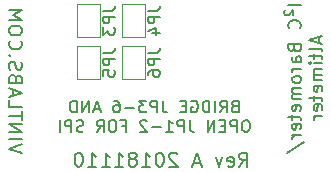
<source format=gbr>
G04 #@! TF.GenerationSoftware,KiCad,Pcbnew,5.0.0*
G04 #@! TF.CreationDate,2018-11-11T14:42:04-05:00*
G04 #@! TF.ProjectId,Barometer-Pi-Module,4261726F6D657465722D50692D4D6F64,rev?*
G04 #@! TF.SameCoordinates,Original*
G04 #@! TF.FileFunction,Legend,Bot*
G04 #@! TF.FilePolarity,Positive*
%FSLAX46Y46*%
G04 Gerber Fmt 4.6, Leading zero omitted, Abs format (unit mm)*
G04 Created by KiCad (PCBNEW 5.0.0) date Sun Nov 11 14:42:04 2018*
%MOMM*%
%LPD*%
G01*
G04 APERTURE LIST*
%ADD10C,0.200000*%
%ADD11C,0.150000*%
%ADD12C,0.120000*%
G04 APERTURE END LIST*
D10*
X199462200Y-93633857D02*
X199862200Y-93062428D01*
X200147914Y-93633857D02*
X200147914Y-92433857D01*
X199690771Y-92433857D01*
X199576485Y-92491000D01*
X199519342Y-92548142D01*
X199462200Y-92662428D01*
X199462200Y-92833857D01*
X199519342Y-92948142D01*
X199576485Y-93005285D01*
X199690771Y-93062428D01*
X200147914Y-93062428D01*
X198490771Y-93576714D02*
X198605057Y-93633857D01*
X198833628Y-93633857D01*
X198947914Y-93576714D01*
X199005057Y-93462428D01*
X199005057Y-93005285D01*
X198947914Y-92891000D01*
X198833628Y-92833857D01*
X198605057Y-92833857D01*
X198490771Y-92891000D01*
X198433628Y-93005285D01*
X198433628Y-93119571D01*
X199005057Y-93233857D01*
X198033628Y-92833857D02*
X197747914Y-93633857D01*
X197462200Y-92833857D01*
X196147914Y-93291000D02*
X195576485Y-93291000D01*
X196262200Y-93633857D02*
X195862200Y-92433857D01*
X195462200Y-93633857D01*
X194205057Y-92548142D02*
X194147914Y-92491000D01*
X194033628Y-92433857D01*
X193747914Y-92433857D01*
X193633628Y-92491000D01*
X193576485Y-92548142D01*
X193519342Y-92662428D01*
X193519342Y-92776714D01*
X193576485Y-92948142D01*
X194262200Y-93633857D01*
X193519342Y-93633857D01*
X192776485Y-92433857D02*
X192662200Y-92433857D01*
X192547914Y-92491000D01*
X192490771Y-92548142D01*
X192433628Y-92662428D01*
X192376485Y-92891000D01*
X192376485Y-93176714D01*
X192433628Y-93405285D01*
X192490771Y-93519571D01*
X192547914Y-93576714D01*
X192662200Y-93633857D01*
X192776485Y-93633857D01*
X192890771Y-93576714D01*
X192947914Y-93519571D01*
X193005057Y-93405285D01*
X193062200Y-93176714D01*
X193062200Y-92891000D01*
X193005057Y-92662428D01*
X192947914Y-92548142D01*
X192890771Y-92491000D01*
X192776485Y-92433857D01*
X191233628Y-93633857D02*
X191919342Y-93633857D01*
X191576485Y-93633857D02*
X191576485Y-92433857D01*
X191690771Y-92605285D01*
X191805057Y-92719571D01*
X191919342Y-92776714D01*
X190547914Y-92948142D02*
X190662200Y-92891000D01*
X190719342Y-92833857D01*
X190776485Y-92719571D01*
X190776485Y-92662428D01*
X190719342Y-92548142D01*
X190662200Y-92491000D01*
X190547914Y-92433857D01*
X190319342Y-92433857D01*
X190205057Y-92491000D01*
X190147914Y-92548142D01*
X190090771Y-92662428D01*
X190090771Y-92719571D01*
X190147914Y-92833857D01*
X190205057Y-92891000D01*
X190319342Y-92948142D01*
X190547914Y-92948142D01*
X190662200Y-93005285D01*
X190719342Y-93062428D01*
X190776485Y-93176714D01*
X190776485Y-93405285D01*
X190719342Y-93519571D01*
X190662200Y-93576714D01*
X190547914Y-93633857D01*
X190319342Y-93633857D01*
X190205057Y-93576714D01*
X190147914Y-93519571D01*
X190090771Y-93405285D01*
X190090771Y-93176714D01*
X190147914Y-93062428D01*
X190205057Y-93005285D01*
X190319342Y-92948142D01*
X188947914Y-93633857D02*
X189633628Y-93633857D01*
X189290771Y-93633857D02*
X189290771Y-92433857D01*
X189405057Y-92605285D01*
X189519342Y-92719571D01*
X189633628Y-92776714D01*
X187805057Y-93633857D02*
X188490771Y-93633857D01*
X188147914Y-93633857D02*
X188147914Y-92433857D01*
X188262200Y-92605285D01*
X188376485Y-92719571D01*
X188490771Y-92776714D01*
X186662200Y-93633857D02*
X187347914Y-93633857D01*
X187005057Y-93633857D02*
X187005057Y-92433857D01*
X187119342Y-92605285D01*
X187233628Y-92719571D01*
X187347914Y-92776714D01*
X185919342Y-92433857D02*
X185805057Y-92433857D01*
X185690771Y-92491000D01*
X185633628Y-92548142D01*
X185576485Y-92662428D01*
X185519342Y-92891000D01*
X185519342Y-93176714D01*
X185576485Y-93405285D01*
X185633628Y-93519571D01*
X185690771Y-93576714D01*
X185805057Y-93633857D01*
X185919342Y-93633857D01*
X186033628Y-93576714D01*
X186090771Y-93519571D01*
X186147914Y-93405285D01*
X186205057Y-93176714D01*
X186205057Y-92891000D01*
X186147914Y-92662428D01*
X186090771Y-92548142D01*
X186033628Y-92491000D01*
X185919342Y-92433857D01*
D11*
X199063714Y-88511571D02*
X198920857Y-88559190D01*
X198873238Y-88606809D01*
X198825619Y-88702047D01*
X198825619Y-88844904D01*
X198873238Y-88940142D01*
X198920857Y-88987761D01*
X199016095Y-89035380D01*
X199397047Y-89035380D01*
X199397047Y-88035380D01*
X199063714Y-88035380D01*
X198968476Y-88083000D01*
X198920857Y-88130619D01*
X198873238Y-88225857D01*
X198873238Y-88321095D01*
X198920857Y-88416333D01*
X198968476Y-88463952D01*
X199063714Y-88511571D01*
X199397047Y-88511571D01*
X197825619Y-89035380D02*
X198158952Y-88559190D01*
X198397047Y-89035380D02*
X198397047Y-88035380D01*
X198016095Y-88035380D01*
X197920857Y-88083000D01*
X197873238Y-88130619D01*
X197825619Y-88225857D01*
X197825619Y-88368714D01*
X197873238Y-88463952D01*
X197920857Y-88511571D01*
X198016095Y-88559190D01*
X198397047Y-88559190D01*
X197397047Y-89035380D02*
X197397047Y-88035380D01*
X196920857Y-89035380D02*
X196920857Y-88035380D01*
X196682761Y-88035380D01*
X196539904Y-88083000D01*
X196444666Y-88178238D01*
X196397047Y-88273476D01*
X196349428Y-88463952D01*
X196349428Y-88606809D01*
X196397047Y-88797285D01*
X196444666Y-88892523D01*
X196539904Y-88987761D01*
X196682761Y-89035380D01*
X196920857Y-89035380D01*
X195397047Y-88083000D02*
X195492285Y-88035380D01*
X195635142Y-88035380D01*
X195778000Y-88083000D01*
X195873238Y-88178238D01*
X195920857Y-88273476D01*
X195968476Y-88463952D01*
X195968476Y-88606809D01*
X195920857Y-88797285D01*
X195873238Y-88892523D01*
X195778000Y-88987761D01*
X195635142Y-89035380D01*
X195539904Y-89035380D01*
X195397047Y-88987761D01*
X195349428Y-88940142D01*
X195349428Y-88606809D01*
X195539904Y-88606809D01*
X194920857Y-88511571D02*
X194587523Y-88511571D01*
X194444666Y-89035380D02*
X194920857Y-89035380D01*
X194920857Y-88035380D01*
X194444666Y-88035380D01*
X192968476Y-88035380D02*
X192968476Y-88749666D01*
X193016095Y-88892523D01*
X193111333Y-88987761D01*
X193254190Y-89035380D01*
X193349428Y-89035380D01*
X192492285Y-89035380D02*
X192492285Y-88035380D01*
X192111333Y-88035380D01*
X192016095Y-88083000D01*
X191968476Y-88130619D01*
X191920857Y-88225857D01*
X191920857Y-88368714D01*
X191968476Y-88463952D01*
X192016095Y-88511571D01*
X192111333Y-88559190D01*
X192492285Y-88559190D01*
X191587523Y-88035380D02*
X190968476Y-88035380D01*
X191301809Y-88416333D01*
X191158952Y-88416333D01*
X191063714Y-88463952D01*
X191016095Y-88511571D01*
X190968476Y-88606809D01*
X190968476Y-88844904D01*
X191016095Y-88940142D01*
X191063714Y-88987761D01*
X191158952Y-89035380D01*
X191444666Y-89035380D01*
X191539904Y-88987761D01*
X191587523Y-88940142D01*
X190539904Y-88654428D02*
X189778000Y-88654428D01*
X188873238Y-88035380D02*
X189063714Y-88035380D01*
X189158952Y-88083000D01*
X189206571Y-88130619D01*
X189301809Y-88273476D01*
X189349428Y-88463952D01*
X189349428Y-88844904D01*
X189301809Y-88940142D01*
X189254190Y-88987761D01*
X189158952Y-89035380D01*
X188968476Y-89035380D01*
X188873238Y-88987761D01*
X188825619Y-88940142D01*
X188778000Y-88844904D01*
X188778000Y-88606809D01*
X188825619Y-88511571D01*
X188873238Y-88463952D01*
X188968476Y-88416333D01*
X189158952Y-88416333D01*
X189254190Y-88463952D01*
X189301809Y-88511571D01*
X189349428Y-88606809D01*
X187635142Y-88749666D02*
X187158952Y-88749666D01*
X187730380Y-89035380D02*
X187397047Y-88035380D01*
X187063714Y-89035380D01*
X186730380Y-89035380D02*
X186730380Y-88035380D01*
X186158952Y-89035380D01*
X186158952Y-88035380D01*
X185682761Y-89035380D02*
X185682761Y-88035380D01*
X185444666Y-88035380D01*
X185301809Y-88083000D01*
X185206571Y-88178238D01*
X185158952Y-88273476D01*
X185111333Y-88463952D01*
X185111333Y-88606809D01*
X185158952Y-88797285D01*
X185206571Y-88892523D01*
X185301809Y-88987761D01*
X185444666Y-89035380D01*
X185682761Y-89035380D01*
X200111333Y-89685380D02*
X199920857Y-89685380D01*
X199825619Y-89733000D01*
X199730380Y-89828238D01*
X199682761Y-90018714D01*
X199682761Y-90352047D01*
X199730380Y-90542523D01*
X199825619Y-90637761D01*
X199920857Y-90685380D01*
X200111333Y-90685380D01*
X200206571Y-90637761D01*
X200301809Y-90542523D01*
X200349428Y-90352047D01*
X200349428Y-90018714D01*
X200301809Y-89828238D01*
X200206571Y-89733000D01*
X200111333Y-89685380D01*
X199254190Y-90685380D02*
X199254190Y-89685380D01*
X198873238Y-89685380D01*
X198778000Y-89733000D01*
X198730380Y-89780619D01*
X198682761Y-89875857D01*
X198682761Y-90018714D01*
X198730380Y-90113952D01*
X198778000Y-90161571D01*
X198873238Y-90209190D01*
X199254190Y-90209190D01*
X198254190Y-90161571D02*
X197920857Y-90161571D01*
X197778000Y-90685380D02*
X198254190Y-90685380D01*
X198254190Y-89685380D01*
X197778000Y-89685380D01*
X197349428Y-90685380D02*
X197349428Y-89685380D01*
X196778000Y-90685380D01*
X196778000Y-89685380D01*
X195254190Y-89685380D02*
X195254190Y-90399666D01*
X195301809Y-90542523D01*
X195397047Y-90637761D01*
X195539904Y-90685380D01*
X195635142Y-90685380D01*
X194778000Y-90685380D02*
X194778000Y-89685380D01*
X194397047Y-89685380D01*
X194301809Y-89733000D01*
X194254190Y-89780619D01*
X194206571Y-89875857D01*
X194206571Y-90018714D01*
X194254190Y-90113952D01*
X194301809Y-90161571D01*
X194397047Y-90209190D01*
X194778000Y-90209190D01*
X193254190Y-90685380D02*
X193825619Y-90685380D01*
X193539904Y-90685380D02*
X193539904Y-89685380D01*
X193635142Y-89828238D01*
X193730380Y-89923476D01*
X193825619Y-89971095D01*
X192825619Y-90304428D02*
X192063714Y-90304428D01*
X191635142Y-89780619D02*
X191587523Y-89733000D01*
X191492285Y-89685380D01*
X191254190Y-89685380D01*
X191158952Y-89733000D01*
X191111333Y-89780619D01*
X191063714Y-89875857D01*
X191063714Y-89971095D01*
X191111333Y-90113952D01*
X191682761Y-90685380D01*
X191063714Y-90685380D01*
X189539904Y-90161571D02*
X189873238Y-90161571D01*
X189873238Y-90685380D02*
X189873238Y-89685380D01*
X189397047Y-89685380D01*
X188825619Y-89685380D02*
X188635142Y-89685380D01*
X188539904Y-89733000D01*
X188444666Y-89828238D01*
X188397047Y-90018714D01*
X188397047Y-90352047D01*
X188444666Y-90542523D01*
X188539904Y-90637761D01*
X188635142Y-90685380D01*
X188825619Y-90685380D01*
X188920857Y-90637761D01*
X189016095Y-90542523D01*
X189063714Y-90352047D01*
X189063714Y-90018714D01*
X189016095Y-89828238D01*
X188920857Y-89733000D01*
X188825619Y-89685380D01*
X187397047Y-90685380D02*
X187730380Y-90209190D01*
X187968476Y-90685380D02*
X187968476Y-89685380D01*
X187587523Y-89685380D01*
X187492285Y-89733000D01*
X187444666Y-89780619D01*
X187397047Y-89875857D01*
X187397047Y-90018714D01*
X187444666Y-90113952D01*
X187492285Y-90161571D01*
X187587523Y-90209190D01*
X187968476Y-90209190D01*
X186254190Y-90637761D02*
X186111333Y-90685380D01*
X185873238Y-90685380D01*
X185778000Y-90637761D01*
X185730380Y-90590142D01*
X185682761Y-90494904D01*
X185682761Y-90399666D01*
X185730380Y-90304428D01*
X185778000Y-90256809D01*
X185873238Y-90209190D01*
X186063714Y-90161571D01*
X186158952Y-90113952D01*
X186206571Y-90066333D01*
X186254190Y-89971095D01*
X186254190Y-89875857D01*
X186206571Y-89780619D01*
X186158952Y-89733000D01*
X186063714Y-89685380D01*
X185825619Y-89685380D01*
X185682761Y-89733000D01*
X185254190Y-90685380D02*
X185254190Y-89685380D01*
X184873238Y-89685380D01*
X184778000Y-89733000D01*
X184730380Y-89780619D01*
X184682761Y-89875857D01*
X184682761Y-90018714D01*
X184730380Y-90113952D01*
X184778000Y-90161571D01*
X184873238Y-90209190D01*
X185254190Y-90209190D01*
X184254190Y-90685380D02*
X184254190Y-89685380D01*
D10*
X181069380Y-92502857D02*
X179969380Y-92102857D01*
X181069380Y-91702857D01*
X179969380Y-91302857D02*
X181069380Y-91302857D01*
X179969380Y-90731428D02*
X181069380Y-90731428D01*
X179969380Y-90045714D01*
X181069380Y-90045714D01*
X181069380Y-89645714D02*
X181069380Y-88960000D01*
X179969380Y-89302857D02*
X181069380Y-89302857D01*
X179969380Y-87988571D02*
X179969380Y-88560000D01*
X181069380Y-88560000D01*
X180283666Y-87645714D02*
X180283666Y-87074285D01*
X179969380Y-87760000D02*
X181069380Y-87360000D01*
X179969380Y-86960000D01*
X180545571Y-86160000D02*
X180493190Y-85988571D01*
X180440809Y-85931428D01*
X180336047Y-85874285D01*
X180178904Y-85874285D01*
X180074142Y-85931428D01*
X180021761Y-85988571D01*
X179969380Y-86102857D01*
X179969380Y-86560000D01*
X181069380Y-86560000D01*
X181069380Y-86160000D01*
X181017000Y-86045714D01*
X180964619Y-85988571D01*
X180859857Y-85931428D01*
X180755095Y-85931428D01*
X180650333Y-85988571D01*
X180597952Y-86045714D01*
X180545571Y-86160000D01*
X180545571Y-86560000D01*
X180021761Y-85417142D02*
X179969380Y-85245714D01*
X179969380Y-84960000D01*
X180021761Y-84845714D01*
X180074142Y-84788571D01*
X180178904Y-84731428D01*
X180283666Y-84731428D01*
X180388428Y-84788571D01*
X180440809Y-84845714D01*
X180493190Y-84960000D01*
X180545571Y-85188571D01*
X180597952Y-85302857D01*
X180650333Y-85360000D01*
X180755095Y-85417142D01*
X180859857Y-85417142D01*
X180964619Y-85360000D01*
X181017000Y-85302857D01*
X181069380Y-85188571D01*
X181069380Y-84902857D01*
X181017000Y-84731428D01*
X180074142Y-84217142D02*
X180021761Y-84160000D01*
X179969380Y-84217142D01*
X180021761Y-84274285D01*
X180074142Y-84217142D01*
X179969380Y-84217142D01*
X180074142Y-82960000D02*
X180021761Y-83017142D01*
X179969380Y-83188571D01*
X179969380Y-83302857D01*
X180021761Y-83474285D01*
X180126523Y-83588571D01*
X180231285Y-83645714D01*
X180440809Y-83702857D01*
X180597952Y-83702857D01*
X180807476Y-83645714D01*
X180912238Y-83588571D01*
X181017000Y-83474285D01*
X181069380Y-83302857D01*
X181069380Y-83188571D01*
X181017000Y-83017142D01*
X180964619Y-82960000D01*
X181069380Y-82217142D02*
X181069380Y-81988571D01*
X181017000Y-81874285D01*
X180912238Y-81760000D01*
X180702714Y-81702857D01*
X180336047Y-81702857D01*
X180126523Y-81760000D01*
X180021761Y-81874285D01*
X179969380Y-81988571D01*
X179969380Y-82217142D01*
X180021761Y-82331428D01*
X180126523Y-82445714D01*
X180336047Y-82502857D01*
X180702714Y-82502857D01*
X180912238Y-82445714D01*
X181017000Y-82331428D01*
X181069380Y-82217142D01*
X179969380Y-81188571D02*
X181069380Y-81188571D01*
X180283666Y-80788571D01*
X181069380Y-80388571D01*
X179969380Y-80388571D01*
D11*
X204691619Y-79925047D02*
X203591619Y-79925047D01*
X203329714Y-80396476D02*
X203277333Y-80501238D01*
X203277333Y-80658380D01*
X203329714Y-80763142D01*
X203434476Y-80815523D01*
X203539238Y-80815523D01*
X203644000Y-80763142D01*
X204010666Y-80396476D01*
X204010666Y-80815523D01*
X204586857Y-81915523D02*
X204639238Y-81863142D01*
X204691619Y-81706000D01*
X204691619Y-81601238D01*
X204639238Y-81444095D01*
X204534476Y-81339333D01*
X204429714Y-81286952D01*
X204220190Y-81234571D01*
X204063047Y-81234571D01*
X203853523Y-81286952D01*
X203748761Y-81339333D01*
X203644000Y-81444095D01*
X203591619Y-81601238D01*
X203591619Y-81706000D01*
X203644000Y-81863142D01*
X203696380Y-81915523D01*
X204115428Y-83591714D02*
X204167809Y-83748857D01*
X204220190Y-83801238D01*
X204324952Y-83853619D01*
X204482095Y-83853619D01*
X204586857Y-83801238D01*
X204639238Y-83748857D01*
X204691619Y-83644095D01*
X204691619Y-83225047D01*
X203591619Y-83225047D01*
X203591619Y-83591714D01*
X203644000Y-83696476D01*
X203696380Y-83748857D01*
X203801142Y-83801238D01*
X203905904Y-83801238D01*
X204010666Y-83748857D01*
X204063047Y-83696476D01*
X204115428Y-83591714D01*
X204115428Y-83225047D01*
X204691619Y-84796476D02*
X204115428Y-84796476D01*
X204010666Y-84744095D01*
X203958285Y-84639333D01*
X203958285Y-84429809D01*
X204010666Y-84325047D01*
X204639238Y-84796476D02*
X204691619Y-84691714D01*
X204691619Y-84429809D01*
X204639238Y-84325047D01*
X204534476Y-84272666D01*
X204429714Y-84272666D01*
X204324952Y-84325047D01*
X204272571Y-84429809D01*
X204272571Y-84691714D01*
X204220190Y-84796476D01*
X204691619Y-85320285D02*
X203958285Y-85320285D01*
X204167809Y-85320285D02*
X204063047Y-85372666D01*
X204010666Y-85425047D01*
X203958285Y-85529809D01*
X203958285Y-85634571D01*
X204691619Y-86158380D02*
X204639238Y-86053619D01*
X204586857Y-86001238D01*
X204482095Y-85948857D01*
X204167809Y-85948857D01*
X204063047Y-86001238D01*
X204010666Y-86053619D01*
X203958285Y-86158380D01*
X203958285Y-86315523D01*
X204010666Y-86420285D01*
X204063047Y-86472666D01*
X204167809Y-86525047D01*
X204482095Y-86525047D01*
X204586857Y-86472666D01*
X204639238Y-86420285D01*
X204691619Y-86315523D01*
X204691619Y-86158380D01*
X204691619Y-86996476D02*
X203958285Y-86996476D01*
X204063047Y-86996476D02*
X204010666Y-87048857D01*
X203958285Y-87153619D01*
X203958285Y-87310761D01*
X204010666Y-87415523D01*
X204115428Y-87467904D01*
X204691619Y-87467904D01*
X204115428Y-87467904D02*
X204010666Y-87520285D01*
X203958285Y-87625047D01*
X203958285Y-87782190D01*
X204010666Y-87886952D01*
X204115428Y-87939333D01*
X204691619Y-87939333D01*
X204639238Y-88882190D02*
X204691619Y-88777428D01*
X204691619Y-88567904D01*
X204639238Y-88463142D01*
X204534476Y-88410761D01*
X204115428Y-88410761D01*
X204010666Y-88463142D01*
X203958285Y-88567904D01*
X203958285Y-88777428D01*
X204010666Y-88882190D01*
X204115428Y-88934571D01*
X204220190Y-88934571D01*
X204324952Y-88410761D01*
X203958285Y-89248857D02*
X203958285Y-89667904D01*
X203591619Y-89406000D02*
X204534476Y-89406000D01*
X204639238Y-89458380D01*
X204691619Y-89563142D01*
X204691619Y-89667904D01*
X204639238Y-90453619D02*
X204691619Y-90348857D01*
X204691619Y-90139333D01*
X204639238Y-90034571D01*
X204534476Y-89982190D01*
X204115428Y-89982190D01*
X204010666Y-90034571D01*
X203958285Y-90139333D01*
X203958285Y-90348857D01*
X204010666Y-90453619D01*
X204115428Y-90506000D01*
X204220190Y-90506000D01*
X204324952Y-89982190D01*
X204691619Y-90977428D02*
X203958285Y-90977428D01*
X204167809Y-90977428D02*
X204063047Y-91029809D01*
X204010666Y-91082190D01*
X203958285Y-91186952D01*
X203958285Y-91291714D01*
X203539238Y-92444095D02*
X204953523Y-91501238D01*
X206177333Y-82648857D02*
X206177333Y-83172666D01*
X206491619Y-82544095D02*
X205391619Y-82910761D01*
X206491619Y-83277428D01*
X206491619Y-83801238D02*
X206439238Y-83696476D01*
X206334476Y-83644095D01*
X205391619Y-83644095D01*
X205758285Y-84063142D02*
X205758285Y-84482190D01*
X205391619Y-84220285D02*
X206334476Y-84220285D01*
X206439238Y-84272666D01*
X206491619Y-84377428D01*
X206491619Y-84482190D01*
X206491619Y-84848857D02*
X205758285Y-84848857D01*
X205391619Y-84848857D02*
X205444000Y-84796476D01*
X205496380Y-84848857D01*
X205444000Y-84901238D01*
X205391619Y-84848857D01*
X205496380Y-84848857D01*
X206491619Y-85372666D02*
X205758285Y-85372666D01*
X205863047Y-85372666D02*
X205810666Y-85425047D01*
X205758285Y-85529809D01*
X205758285Y-85686952D01*
X205810666Y-85791714D01*
X205915428Y-85844095D01*
X206491619Y-85844095D01*
X205915428Y-85844095D02*
X205810666Y-85896476D01*
X205758285Y-86001238D01*
X205758285Y-86158380D01*
X205810666Y-86263142D01*
X205915428Y-86315523D01*
X206491619Y-86315523D01*
X206439238Y-87258380D02*
X206491619Y-87153619D01*
X206491619Y-86944095D01*
X206439238Y-86839333D01*
X206334476Y-86786952D01*
X205915428Y-86786952D01*
X205810666Y-86839333D01*
X205758285Y-86944095D01*
X205758285Y-87153619D01*
X205810666Y-87258380D01*
X205915428Y-87310761D01*
X206020190Y-87310761D01*
X206124952Y-86786952D01*
X205758285Y-87625047D02*
X205758285Y-88044095D01*
X205391619Y-87782190D02*
X206334476Y-87782190D01*
X206439238Y-87834571D01*
X206491619Y-87939333D01*
X206491619Y-88044095D01*
X206439238Y-88829809D02*
X206491619Y-88725047D01*
X206491619Y-88515523D01*
X206439238Y-88410761D01*
X206334476Y-88358380D01*
X205915428Y-88358380D01*
X205810666Y-88410761D01*
X205758285Y-88515523D01*
X205758285Y-88725047D01*
X205810666Y-88829809D01*
X205915428Y-88882190D01*
X206020190Y-88882190D01*
X206124952Y-88358380D01*
X206491619Y-89353619D02*
X205758285Y-89353619D01*
X205967809Y-89353619D02*
X205863047Y-89406000D01*
X205810666Y-89458380D01*
X205758285Y-89563142D01*
X205758285Y-89667904D01*
D12*
G04 #@! TO.C,JP6*
X191500000Y-86236000D02*
X191500000Y-83436000D01*
X191500000Y-83436000D02*
X189500000Y-83436000D01*
X189500000Y-83436000D02*
X189500000Y-86236000D01*
X189500000Y-86236000D02*
X191500000Y-86236000D01*
G04 #@! TO.C,JP5*
X185690000Y-86236000D02*
X187690000Y-86236000D01*
X185690000Y-83436000D02*
X185690000Y-86236000D01*
X187690000Y-83436000D02*
X185690000Y-83436000D01*
X187690000Y-86236000D02*
X187690000Y-83436000D01*
G04 #@! TO.C,JP4*
X191500000Y-82680000D02*
X191500000Y-79880000D01*
X191500000Y-79880000D02*
X189500000Y-79880000D01*
X189500000Y-79880000D02*
X189500000Y-82680000D01*
X189500000Y-82680000D02*
X191500000Y-82680000D01*
G04 #@! TO.C,JP3*
X185690000Y-82680000D02*
X187690000Y-82680000D01*
X185690000Y-79880000D02*
X185690000Y-82680000D01*
X187690000Y-79880000D02*
X185690000Y-79880000D01*
X187690000Y-82680000D02*
X187690000Y-79880000D01*
G04 #@! TO.C,JP6*
D11*
X191752380Y-84002666D02*
X192466666Y-84002666D01*
X192609523Y-83955047D01*
X192704761Y-83859809D01*
X192752380Y-83716952D01*
X192752380Y-83621714D01*
X192752380Y-84478857D02*
X191752380Y-84478857D01*
X191752380Y-84859809D01*
X191800000Y-84955047D01*
X191847619Y-85002666D01*
X191942857Y-85050285D01*
X192085714Y-85050285D01*
X192180952Y-85002666D01*
X192228571Y-84955047D01*
X192276190Y-84859809D01*
X192276190Y-84478857D01*
X191752380Y-85907428D02*
X191752380Y-85716952D01*
X191800000Y-85621714D01*
X191847619Y-85574095D01*
X191990476Y-85478857D01*
X192180952Y-85431238D01*
X192561904Y-85431238D01*
X192657142Y-85478857D01*
X192704761Y-85526476D01*
X192752380Y-85621714D01*
X192752380Y-85812190D01*
X192704761Y-85907428D01*
X192657142Y-85955047D01*
X192561904Y-86002666D01*
X192323809Y-86002666D01*
X192228571Y-85955047D01*
X192180952Y-85907428D01*
X192133333Y-85812190D01*
X192133333Y-85621714D01*
X192180952Y-85526476D01*
X192228571Y-85478857D01*
X192323809Y-85431238D01*
G04 #@! TO.C,JP5*
X187942380Y-84002666D02*
X188656666Y-84002666D01*
X188799523Y-83955047D01*
X188894761Y-83859809D01*
X188942380Y-83716952D01*
X188942380Y-83621714D01*
X188942380Y-84478857D02*
X187942380Y-84478857D01*
X187942380Y-84859809D01*
X187990000Y-84955047D01*
X188037619Y-85002666D01*
X188132857Y-85050285D01*
X188275714Y-85050285D01*
X188370952Y-85002666D01*
X188418571Y-84955047D01*
X188466190Y-84859809D01*
X188466190Y-84478857D01*
X187942380Y-85955047D02*
X187942380Y-85478857D01*
X188418571Y-85431238D01*
X188370952Y-85478857D01*
X188323333Y-85574095D01*
X188323333Y-85812190D01*
X188370952Y-85907428D01*
X188418571Y-85955047D01*
X188513809Y-86002666D01*
X188751904Y-86002666D01*
X188847142Y-85955047D01*
X188894761Y-85907428D01*
X188942380Y-85812190D01*
X188942380Y-85574095D01*
X188894761Y-85478857D01*
X188847142Y-85431238D01*
G04 #@! TO.C,JP4*
X191752380Y-80446666D02*
X192466666Y-80446666D01*
X192609523Y-80399047D01*
X192704761Y-80303809D01*
X192752380Y-80160952D01*
X192752380Y-80065714D01*
X192752380Y-80922857D02*
X191752380Y-80922857D01*
X191752380Y-81303809D01*
X191800000Y-81399047D01*
X191847619Y-81446666D01*
X191942857Y-81494285D01*
X192085714Y-81494285D01*
X192180952Y-81446666D01*
X192228571Y-81399047D01*
X192276190Y-81303809D01*
X192276190Y-80922857D01*
X192085714Y-82351428D02*
X192752380Y-82351428D01*
X191704761Y-82113333D02*
X192419047Y-81875238D01*
X192419047Y-82494285D01*
G04 #@! TO.C,JP3*
X187942380Y-80446666D02*
X188656666Y-80446666D01*
X188799523Y-80399047D01*
X188894761Y-80303809D01*
X188942380Y-80160952D01*
X188942380Y-80065714D01*
X188942380Y-80922857D02*
X187942380Y-80922857D01*
X187942380Y-81303809D01*
X187990000Y-81399047D01*
X188037619Y-81446666D01*
X188132857Y-81494285D01*
X188275714Y-81494285D01*
X188370952Y-81446666D01*
X188418571Y-81399047D01*
X188466190Y-81303809D01*
X188466190Y-80922857D01*
X187942380Y-81827619D02*
X187942380Y-82446666D01*
X188323333Y-82113333D01*
X188323333Y-82256190D01*
X188370952Y-82351428D01*
X188418571Y-82399047D01*
X188513809Y-82446666D01*
X188751904Y-82446666D01*
X188847142Y-82399047D01*
X188894761Y-82351428D01*
X188942380Y-82256190D01*
X188942380Y-81970476D01*
X188894761Y-81875238D01*
X188847142Y-81827619D01*
G04 #@! TD*
M02*

</source>
